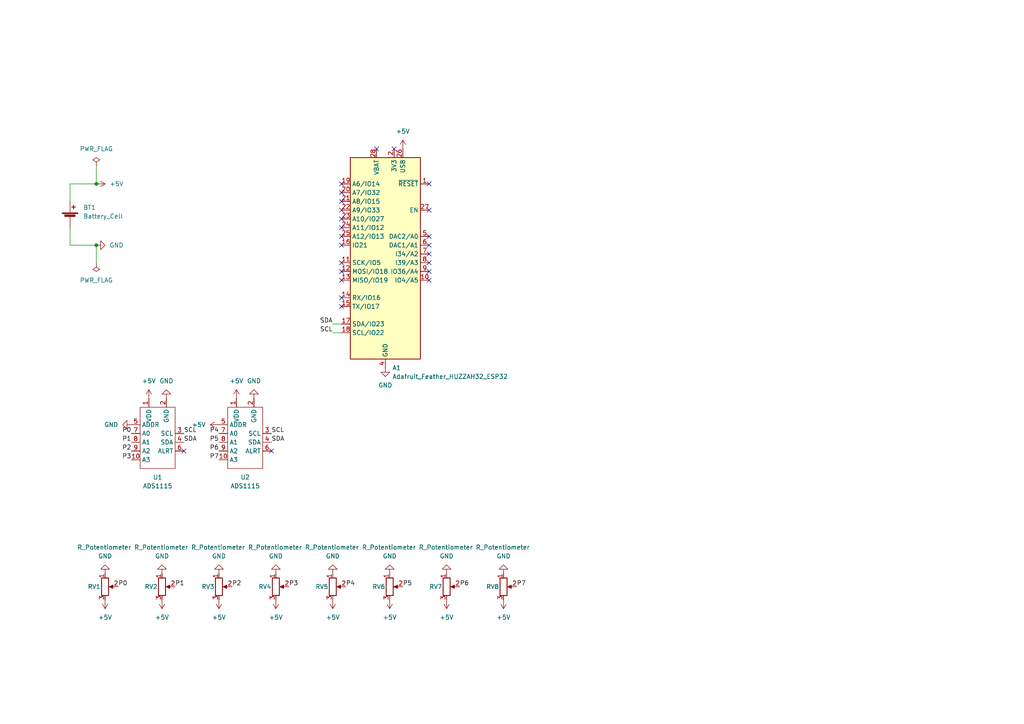
<source format=kicad_sch>
(kicad_sch (version 20211123) (generator eeschema)
  (paper "A4")
  (lib_symbols
    (symbol "Device:Battery_Cell" (pin_numbers hide) (pin_names (offset 0) hide)
      (property "Reference" "BT" (at 2.54 2.54 0))
      (property "Value" "Battery_Cell" (at 2.54 0 0))
      (symbol "Battery_Cell_0_1"
        (rectangle (start -2.286 1.778) (end 2.286 1.524) (fill (type outline)))
        (rectangle (start -1.5748 1.1938) (end 1.4732 0.6858) (fill (type outline)))
        (polyline (pts (xy 0 0.762) (xy 0 0)))
        (polyline (pts (xy 0 1.778) (xy 0 2.54)))
        (polyline (pts (xy 0.508 3.429) (xy 1.524 3.429)) (stroke (width 0.254)))
        (polyline (pts (xy 1.016 3.937) (xy 1.016 2.921)) (stroke (width 0.254)))
      )
      (symbol "Battery_Cell_1_1"
        (pin passive line (at 0 5.08 270) (length 2.54) (name "+") (number "1"))
        (pin passive line (at 0 -2.54 90) (length 2.54) (name "-") (number "2"))
      )
    )
    (symbol "Device:R_Potentiometer" (pin_names (offset 1.016) hide)
      (property "Reference" "RV" (at -4.445 0 90))
      (property "Value" "R_Potentiometer" (at -2.54 0 90))
      (symbol "R_Potentiometer_0_1"
        (polyline (pts (xy 2.54 0) (xy 1.524 0)))
        (polyline (pts (xy 1.143 0) (xy 2.286 0.508) (xy 2.286 -0.508) (xy 1.143 0)) (fill (type outline)))
        (rectangle (start 1.016 2.54) (end -1.016 -2.54) (stroke (width 0.254)))
      )
      (symbol "R_Potentiometer_1_1"
        (pin passive line (at 0 3.81 270) (length 1.27) (name "1") (number "1"))
        (pin passive line (at 3.81 0 180) (length 1.27) (name "2") (number "2"))
        (pin passive line (at 0 -3.81 90) (length 1.27) (name "3") (number "3"))
      )
    )
    (symbol "MCU_Module:Adafruit_Feather_HUZZAH32_ESP32"
      (property "Reference" "A" (at -10.16 29.21 0))
      (property "Value" "Adafruit_Feather_HUZZAH32_ESP32" (at 2.54 -31.75 0))
      (symbol "Adafruit_Feather_HUZZAH32_ESP32_0_1"
        (rectangle (start -10.16 27.94) (end 10.16 -30.48) (stroke (width 0.254)) (fill (type background)))
      )
      (symbol "Adafruit_Feather_HUZZAH32_ESP32_1_1"
        (pin input line (at 12.7 20.32 180) (length 2.54) (name "~{RESET}") (number "1"))
        (pin bidirectional line (at 12.7 -7.62 180) (length 2.54) (name "IO4/A5") (number "10"))
        (pin bidirectional line (at -12.7 -2.54 0) (length 2.54) (name "SCK/IO5") (number "11"))
        (pin bidirectional line (at -12.7 -5.08 0) (length 2.54) (name "MOSI/IO18") (number "12"))
        (pin bidirectional line (at -12.7 -7.62 0) (length 2.54) (name "MISO/IO19") (number "13"))
        (pin bidirectional line (at -12.7 -12.7 0) (length 2.54) (name "RX/IO16") (number "14"))
        (pin bidirectional line (at -12.7 -15.24 0) (length 2.54) (name "TX/IO17") (number "15"))
        (pin bidirectional line (at -12.7 2.54 0) (length 2.54) (name "IO21") (number "16"))
        (pin bidirectional line (at -12.7 -20.32 0) (length 2.54) (name "SDA/IO23") (number "17"))
        (pin bidirectional line (at -12.7 -22.86 0) (length 2.54) (name "SCL/IO22") (number "18"))
        (pin bidirectional line (at -12.7 20.32 0) (length 2.54) (name "A6/IO14") (number "19"))
        (pin power_in line (at 2.54 30.48 270) (length 2.54) (name "3V3") (number "2"))
        (pin bidirectional line (at -12.7 17.78 0) (length 2.54) (name "A7/IO32") (number "20"))
        (pin bidirectional line (at -12.7 15.24 0) (length 2.54) (name "A8/IO15") (number "21"))
        (pin bidirectional line (at -12.7 12.7 0) (length 2.54) (name "A9/IO33") (number "22"))
        (pin bidirectional line (at -12.7 10.16 0) (length 2.54) (name "A10/IO27") (number "23"))
        (pin bidirectional line (at -12.7 7.62 0) (length 2.54) (name "A11/IO12") (number "24"))
        (pin bidirectional line (at -12.7 5.08 0) (length 2.54) (name "A12/IO13") (number "25"))
        (pin power_in line (at 5.08 30.48 270) (length 2.54) (name "USB") (number "26"))
        (pin input line (at 12.7 12.7 180) (length 2.54) (name "EN") (number "27"))
        (pin power_in line (at -2.54 30.48 270) (length 2.54) (name "VBAT") (number "28"))
        (pin no_connect line (at 10.16 10.16 180) (length 2.54) hide (name "NC") (number "3"))
        (pin power_in line (at 0 -33.02 90) (length 2.54) (name "GND") (number "4"))
        (pin bidirectional line (at 12.7 5.08 180) (length 2.54) (name "DAC2/A0") (number "5"))
        (pin bidirectional line (at 12.7 2.54 180) (length 2.54) (name "DAC1/A1") (number "6"))
        (pin bidirectional line (at 12.7 0 180) (length 2.54) (name "I34/A2") (number "7"))
        (pin bidirectional line (at 12.7 -2.54 180) (length 2.54) (name "I39/A3") (number "8"))
        (pin bidirectional line (at 12.7 -5.08 180) (length 2.54) (name "IO36/A4") (number "9"))
      )
    )
    (symbol "power:+5V" (power) (pin_names (offset 0))
      (property "Value" "+5V" (at 0 3.556 0))
      (symbol "+5V_0_1"
        (polyline (pts (xy -0.762 1.27) (xy 0 2.54)))
        (polyline (pts (xy 0 0) (xy 0 2.54)))
        (polyline (pts (xy 0 2.54) (xy 0.762 1.27)))
      )
      (symbol "+5V_1_1"
        (pin power_in line (at 0 0 90) (length 0) hide (name "+5V") (number "1"))
      )
    )
    (symbol "power:GND" (power) (pin_names (offset 0))
      (property "Value" "GND" (at 0 -3.81 0))
      (symbol "GND_0_1"
        (polyline (pts (xy 0 0) (xy 0 -1.27) (xy 1.27 -1.27) (xy 0 -2.54) (xy -1.27 -1.27) (xy 0 -1.27)))
      )
      (symbol "GND_1_1"
        (pin power_in line (at 0 0 270) (length 0) hide (name "GND") (number "1"))
      )
    )
    (symbol "power:PWR_FLAG" (power) (pin_numbers hide) (pin_names (offset 0) hide)
      (property "Value" "PWR_FLAG" (at 0 3.81 0))
      (symbol "PWR_FLAG_0_0"
        (pin power_out line (at 0 0 90) (length 0) (name "pwr") (number "1"))
      )
      (symbol "PWR_FLAG_0_1"
        (polyline (pts (xy 0 0) (xy 0 1.27) (xy -1.016 1.905) (xy 0 2.54) (xy 1.016 1.905) (xy 0 1.27)))
      )
    )
    (symbol "symbolLibrary:ADS1115"
      (property "Reference" "U" (at -2.54 -12.7 0))
      (property "Value" "ADS1115" (at 0 -10.16 0))
      (symbol "ADS1115_0_1"
        (rectangle (start -5.08 10.16) (end 5.08 -7.62))
      )
      (symbol "ADS1115_1_1"
        (pin power_in line (at -2.54 12.7 270) (length 2.54) (name "VDD") (number "1"))
        (pin input line (at -7.62 -5.08 0) (length 2.54) (name "A3") (number "10"))
        (pin power_in line (at 2.54 12.7 270) (length 2.54) (name "GND") (number "2"))
        (pin bidirectional line (at 7.62 2.54 180) (length 2.54) (name "SCL") (number "3"))
        (pin bidirectional line (at 7.62 0 180) (length 2.54) (name "SDA") (number "4"))
        (pin input line (at -7.62 5.08 0) (length 2.54) (name "ADDR") (number "5"))
        (pin output line (at 7.62 -2.54 180) (length 2.54) (name "ALRT") (number "6"))
        (pin input line (at -7.62 2.54 0) (length 2.54) (name "A0") (number "7"))
        (pin input line (at -7.62 0 0) (length 2.54) (name "A1") (number "8"))
        (pin input line (at -7.62 -2.54 0) (length 2.54) (name "A2") (number "9"))
      )
    )
  )
  (junction (at 27.94 71.12))
  (junction (at 27.94 53.34))
  (no_connect (at 78.74 130.81))
  (no_connect (at 99.06 55.88))
  (no_connect (at 99.06 58.42))
  (no_connect (at 99.06 53.34))
  (no_connect (at 109.22 43.18))
  (no_connect (at 114.3 43.18))
  (no_connect (at 124.46 53.34))
  (no_connect (at 124.46 60.96))
  (no_connect (at 124.46 71.12))
  (no_connect (at 124.46 68.58))
  (no_connect (at 124.46 73.66))
  (no_connect (at 124.46 78.74))
  (no_connect (at 124.46 81.28))
  (no_connect (at 124.46 76.2))
  (no_connect (at 99.06 60.96))
  (no_connect (at 99.06 63.5))
  (no_connect (at 99.06 66.04))
  (no_connect (at 99.06 68.58))
  (no_connect (at 99.06 71.12))
  (no_connect (at 99.06 81.28))
  (no_connect (at 99.06 76.2))
  (no_connect (at 99.06 78.74))
  (no_connect (at 99.06 86.36))
  (no_connect (at 99.06 88.9))
  (no_connect (at 53.34 130.81))
  (wire (pts (xy 27.94 48.26) (xy 27.94 53.34)))
  (wire (pts (xy 20.32 58.42) (xy 20.32 53.34)))
  (wire (pts (xy 96.52 93.98) (xy 99.06 93.98)))
  (wire (pts (xy 20.32 71.12) (xy 27.94 71.12)))
  (wire (pts (xy 96.52 96.52) (xy 99.06 96.52)))
  (wire (pts (xy 20.32 66.04) (xy 20.32 71.12)))
  (wire (pts (xy 27.94 71.12) (xy 27.94 76.2)))
  (wire (pts (xy 20.32 53.34) (xy 27.94 53.34)))
  (label "P0" (at 38.1 125.73 180))
  (label "P6" (at 133.35 170.18 0))
  (label "P5" (at 63.5 128.27 180))
  (label "SDA" (at 53.34 128.27 0))
  (label "SDA" (at 78.74 128.27 0))
  (label "P2" (at 38.1 130.81 180))
  (label "SDA" (at 96.52 93.98 180))
  (label "P3" (at 38.1 133.35 180))
  (label "P2" (at 67.31 170.18 0))
  (label "P1" (at 38.1 128.27 180))
  (label "SCL" (at 78.74 125.73 0))
  (label "P0" (at 34.29 170.18 0))
  (label "P6" (at 63.5 130.81 180))
  (label "P4" (at 63.5 125.73 180))
  (label "P5" (at 116.84 170.18 0))
  (label "P7" (at 63.5 133.35 180))
  (label "P3" (at 83.82 170.18 0))
  (label "SCL" (at 96.52 96.52 180))
  (label "P1" (at 50.8 170.18 0))
  (label "P7" (at 149.86 170.18 0))
  (label "P4" (at 100.33 170.18 0))
  (label "SCL" (at 53.34 125.73 0))
  (symbol (lib_id "Device:R_Potentiometer") (at 146.05 170.18 0) (unit 1)
    (property "Reference" "RV8" (at 144.78 170.18 0) (effects (justify right)))
    (property "Value" "R_Potentiometer" (at 153.67 158.75 0) (effects (justify right)))
    (property "Footprint" "Connector_PinHeader_2.54mm:PinHeader_1x03_P2.54mm_Vertical" (effects hide))
  )
  (symbol (lib_id "power:+5V") (at 46.99 173.99 180) (unit 1)
    (property "Reference" "#PWR08" (effects hide))
    (property "Value" "+5V" (at 46.99 179.07 0))
  )
  (symbol (lib_id "power:GND") (at 63.5 166.37 180) (unit 1)
    (property "Reference" "#PWR09" (effects hide))
    (property "Value" "GND" (at 63.5 161.29 0))
  )
  (symbol (lib_id "Device:R_Potentiometer") (at 80.01 170.18 0) (unit 1)
    (property "Reference" "RV4" (at 78.74 170.18 0) (effects (justify right)))
    (property "Value" "R_Potentiometer" (at 87.63 158.75 0) (effects (justify right)))
    (property "Footprint" "Connector_PinHeader_2.54mm:PinHeader_1x03_P2.54mm_Vertical" (effects hide))
  )
  (symbol (lib_id "power:GND") (at 113.03 166.37 180) (unit 1)
    (property "Reference" "#PWR015" (effects hide))
    (property "Value" "GND" (at 113.03 161.29 0))
  )
  (symbol (lib_id "power:GND") (at 96.52 166.37 180) (unit 1)
    (property "Reference" "#PWR013" (effects hide))
    (property "Value" "GND" (at 96.52 161.29 0))
  )
  (symbol (lib_id "power:GND") (at 46.99 166.37 180) (unit 1)
    (property "Reference" "#PWR07" (effects hide))
    (property "Value" "GND" (at 46.99 161.29 0))
  )
  (symbol (lib_id "power:+5V") (at 129.54 173.99 180) (unit 1)
    (property "Reference" "#PWR018" (effects hide))
    (property "Value" "+5V" (at 129.54 179.07 0))
  )
  (symbol (lib_id "power:GND") (at 30.48 166.37 180) (unit 1)
    (property "Reference" "#PWR05" (effects hide))
    (property "Value" "GND" (at 30.48 161.29 0))
  )
  (symbol (lib_id "power:+5V") (at 63.5 123.19 90) (unit 1)
    (property "Reference" "#PWR0106" (effects hide))
    (property "Value" "+5V" (at 59.69 123.1899 90) (effects (justify left)))
  )
  (symbol (lib_id "symbolLibrary:ADS1115") (at 45.72 128.27 0) (unit 1)
    (property "Reference" "U1" (at 45.72 138.43 0))
    (property "Value" "ADS1115" (at 45.72 140.97 0))
    (property "Footprint" "Connector_PinSocket_2.54mm:PinSocket_1x10_P2.54mm_Vertical" (effects hide))
  )
  (symbol (lib_id "power:+5V") (at 30.48 173.99 180) (unit 1)
    (property "Reference" "#PWR06" (effects hide))
    (property "Value" "+5V" (at 30.48 179.07 0))
  )
  (symbol (lib_id "Device:R_Potentiometer") (at 96.52 170.18 0) (unit 1)
    (property "Reference" "RV5" (at 95.25 170.18 0) (effects (justify right)))
    (property "Value" "R_Potentiometer" (at 104.14 158.75 0) (effects (justify right)))
    (property "Footprint" "Connector_PinHeader_2.54mm:PinHeader_1x03_P2.54mm_Vertical" (effects hide))
  )
  (symbol (lib_id "power:+5V") (at 68.58 115.57 0) (unit 1)
    (property "Reference" "#PWR03" (effects hide))
    (property "Value" "+5V" (at 68.58 110.49 0))
  )
  (symbol (lib_id "MCU_Module:Adafruit_Feather_HUZZAH32_ESP32") (at 111.76 73.66 0) (unit 1)
    (property "Reference" "A1" (at 113.7794 106.68 0) (effects (justify left)))
    (property "Value" "Adafruit_Feather_HUZZAH32_ESP32" (at 113.7794 109.22 0) (effects (justify left)))
    (property "Footprint" "Module:Adafruit_Feather" (effects hide))
    (property "Datasheet" "https://cdn-learn.adafruit.com/downloads/pdf/adafruit-huzzah32-esp32-feather.pdf" (effects hide))
  )
  (symbol (lib_id "power:+5V") (at 80.01 173.99 180) (unit 1)
    (property "Reference" "#PWR012" (effects hide))
    (property "Value" "+5V" (at 80.01 179.07 0))
  )
  (symbol (lib_id "power:GND") (at 73.66 115.57 180) (unit 1)
    (property "Reference" "#PWR04" (effects hide))
    (property "Value" "GND" (at 73.66 110.49 0))
  )
  (symbol (lib_id "power:PWR_FLAG") (at 27.94 76.2 180) (unit 1)
    (property "Reference" "#FLG0102" (effects hide))
    (property "Value" "PWR_FLAG" (at 27.94 81.28 0))
  )
  (symbol (lib_id "power:GND") (at 80.01 166.37 180) (unit 1)
    (property "Reference" "#PWR011" (effects hide))
    (property "Value" "GND" (at 80.01 161.29 0))
  )
  (symbol (lib_id "power:GND") (at 48.26 115.57 180) (unit 1)
    (property "Reference" "#PWR02" (effects hide))
    (property "Value" "GND" (at 48.26 110.49 0))
  )
  (symbol (lib_id "power:GND") (at 146.05 166.37 180) (unit 1)
    (property "Reference" "#PWR019" (effects hide))
    (property "Value" "GND" (at 146.05 161.29 0))
  )
  (symbol (lib_id "Device:R_Potentiometer") (at 63.5 170.18 0) (unit 1)
    (property "Reference" "RV3" (at 62.23 170.18 0) (effects (justify right)))
    (property "Value" "R_Potentiometer" (at 71.12 158.75 0) (effects (justify right)))
    (property "Footprint" "Connector_PinHeader_2.54mm:PinHeader_1x03_P2.54mm_Vertical" (effects hide))
  )
  (symbol (lib_id "power:+5V") (at 116.84 43.18 0) (unit 1)
    (property "Reference" "#PWR0104" (effects hide))
    (property "Value" "+5V" (at 116.84 38.1 0))
  )
  (symbol (lib_id "Device:R_Potentiometer") (at 113.03 170.18 0) (unit 1)
    (property "Reference" "RV6" (at 111.76 170.18 0) (effects (justify right)))
    (property "Value" "R_Potentiometer" (at 120.65 158.75 0) (effects (justify right)))
    (property "Footprint" "Connector_PinHeader_2.54mm:PinHeader_1x03_P2.54mm_Vertical" (effects hide))
  )
  (symbol (lib_id "symbolLibrary:ADS1115") (at 71.12 128.27 0) (unit 1)
    (property "Reference" "U2" (at 71.12 138.43 0))
    (property "Value" "ADS1115" (at 71.12 140.97 0))
    (property "Footprint" "Connector_PinSocket_2.54mm:PinSocket_1x10_P2.54mm_Vertical" (effects hide))
  )
  (symbol (lib_id "power:+5V") (at 27.94 53.34 270) (unit 1)
    (property "Reference" "#PWR0103" (effects hide))
    (property "Value" "+5V" (at 31.75 53.3399 90) (effects (justify left)))
  )
  (symbol (lib_id "Device:R_Potentiometer") (at 46.99 170.18 0) (unit 1)
    (property "Reference" "RV2" (at 45.72 170.18 0) (effects (justify right)))
    (property "Value" "R_Potentiometer" (at 54.61 158.75 0) (effects (justify right)))
    (property "Footprint" "Connector_PinHeader_2.54mm:PinHeader_1x03_P2.54mm_Vertical" (effects hide))
  )
  (symbol (lib_id "power:+5V") (at 113.03 173.99 180) (unit 1)
    (property "Reference" "#PWR016" (effects hide))
    (property "Value" "+5V" (at 113.03 179.07 0))
  )
  (symbol (lib_id "power:+5V") (at 96.52 173.99 180) (unit 1)
    (property "Reference" "#PWR014" (effects hide))
    (property "Value" "+5V" (at 96.52 179.07 0))
  )
  (symbol (lib_id "power:GND") (at 38.1 123.19 270) (unit 1)
    (property "Reference" "#PWR0102" (effects hide))
    (property "Value" "GND" (at 34.29 123.1899 90) (effects (justify right)))
  )
  (symbol (lib_id "power:GND") (at 111.76 106.68 0) (unit 1)
    (property "Reference" "#PWR0105" (effects hide))
    (property "Value" "GND" (at 111.76 111.76 0))
  )
  (symbol (lib_id "power:GND") (at 129.54 166.37 180) (unit 1)
    (property "Reference" "#PWR017" (effects hide))
    (property "Value" "GND" (at 129.54 161.29 0))
  )
  (symbol (lib_id "power:+5V") (at 63.5 173.99 180) (unit 1)
    (property "Reference" "#PWR010" (effects hide))
    (property "Value" "+5V" (at 63.5 179.07 0))
  )
  (symbol (lib_id "Device:R_Potentiometer") (at 129.54 170.18 0) (unit 1)
    (property "Reference" "RV7" (at 128.27 170.18 0) (effects (justify right)))
    (property "Value" "R_Potentiometer" (at 137.16 158.75 0) (effects (justify right)))
    (property "Footprint" "Connector_PinHeader_2.54mm:PinHeader_1x03_P2.54mm_Vertical" (effects hide))
  )
  (symbol (lib_id "power:+5V") (at 146.05 173.99 180) (unit 1)
    (property "Reference" "#PWR020" (effects hide))
    (property "Value" "+5V" (at 146.05 179.07 0))
  )
  (symbol (lib_id "Device:Battery_Cell") (at 20.32 63.5 0) (unit 1)
    (property "Reference" "BT1" (at 24.13 60.1979 0) (effects (justify left)))
    (property "Value" "Battery_Cell" (at 24.13 62.7379 0) (effects (justify left)))
    (property "Footprint" "Connector_Wire:SolderWire-0.25sqmm_1x02_P4.2mm_D0.65mm_OD1.7mm" (effects hide))
  )
  (symbol (lib_id "power:GND") (at 27.94 71.12 90) (unit 1)
    (property "Reference" "#PWR0101" (effects hide))
    (property "Value" "GND" (at 31.75 71.1199 90) (effects (justify right)))
  )
  (symbol (lib_id "Device:R_Potentiometer") (at 30.48 170.18 0) (unit 1)
    (property "Reference" "RV1" (at 29.21 170.18 0) (effects (justify right)))
    (property "Value" "R_Potentiometer" (at 38.1 158.75 0) (effects (justify right)))
    (property "Footprint" "Connector_PinHeader_2.54mm:PinHeader_1x03_P2.54mm_Vertical" (effects hide))
  )
  (symbol (lib_id "power:PWR_FLAG") (at 27.94 48.26 0) (unit 1)
    (property "Reference" "#FLG0101" (effects hide))
    (property "Value" "PWR_FLAG" (at 27.94 43.18 0))
  )
  (symbol (lib_id "power:+5V") (at 43.18 115.57 0) (unit 1)
    (property "Reference" "#PWR01" (effects hide))
    (property "Value" "+5V" (at 43.18 110.49 0))
  )
)
</source>
